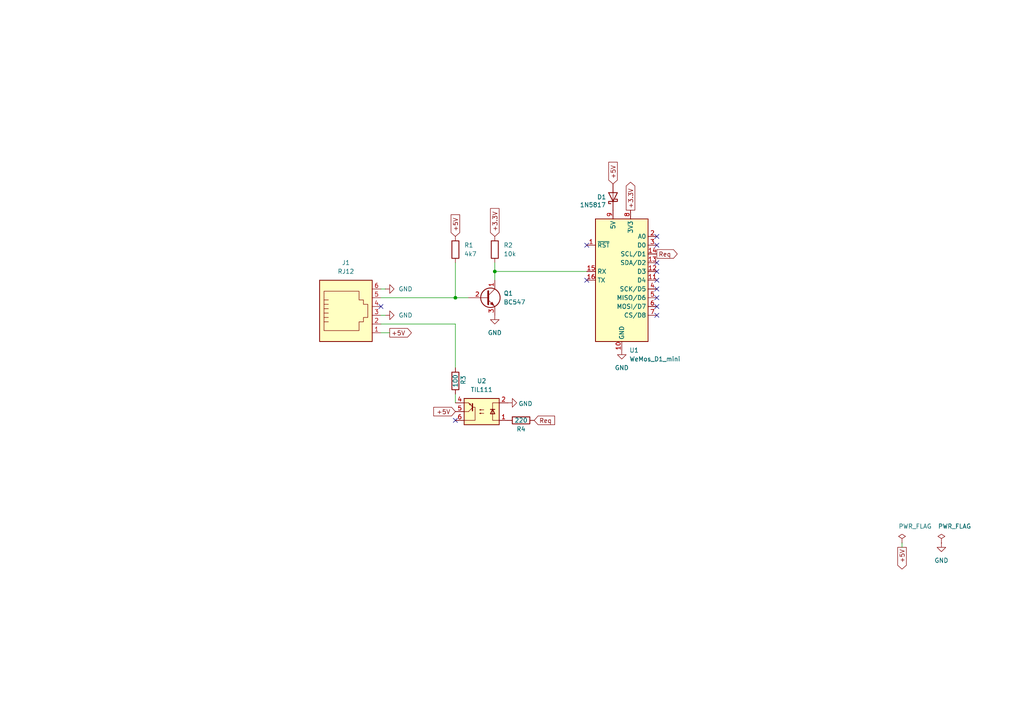
<source format=kicad_sch>
(kicad_sch
	(version 20231120)
	(generator "eeschema")
	(generator_version "8.0")
	(uuid "4f595af1-343d-4a0f-a5c5-b8c737d0df25")
	(paper "A4")
	(title_block
		(title "P1-lezer")
		(date "2024-04-22")
		(rev "B")
		(comment 1 "License: CERN-OHL-S-2.0 (https://ohwr.org/project/cernohl.git)")
		(comment 4 "Source: https://github.com/StoffelNL/P1-Lezer")
	)
	(lib_symbols
		(symbol "Connector:RJ12"
			(pin_names
				(offset 1.016)
			)
			(exclude_from_sim no)
			(in_bom yes)
			(on_board yes)
			(property "Reference" "J"
				(at -5.08 11.43 0)
				(effects
					(font
						(size 1.27 1.27)
					)
					(justify right)
				)
			)
			(property "Value" "RJ12"
				(at 2.54 11.43 0)
				(effects
					(font
						(size 1.27 1.27)
					)
					(justify left)
				)
			)
			(property "Footprint" ""
				(at 0 0.635 90)
				(effects
					(font
						(size 1.27 1.27)
					)
					(hide yes)
				)
			)
			(property "Datasheet" "~"
				(at 0 0.635 90)
				(effects
					(font
						(size 1.27 1.27)
					)
					(hide yes)
				)
			)
			(property "Description" "RJ connector, 6P6C (6 positions 6 connected)"
				(at 0 0 0)
				(effects
					(font
						(size 1.27 1.27)
					)
					(hide yes)
				)
			)
			(property "ki_keywords" "6P6C RJ socket connector"
				(at 0 0 0)
				(effects
					(font
						(size 1.27 1.27)
					)
					(hide yes)
				)
			)
			(property "ki_fp_filters" "6P6C* RJ12* RJ18* RJ25*"
				(at 0 0 0)
				(effects
					(font
						(size 1.27 1.27)
					)
					(hide yes)
				)
			)
			(symbol "RJ12_0_1"
				(polyline
					(pts
						(xy -6.35 -1.905) (xy -5.08 -1.905) (xy -5.08 -1.905)
					)
					(stroke
						(width 0)
						(type default)
					)
					(fill
						(type none)
					)
				)
				(polyline
					(pts
						(xy -6.35 -0.635) (xy -5.08 -0.635) (xy -5.08 -0.635)
					)
					(stroke
						(width 0)
						(type default)
					)
					(fill
						(type none)
					)
				)
				(polyline
					(pts
						(xy -6.35 0.635) (xy -5.08 0.635) (xy -5.08 0.635)
					)
					(stroke
						(width 0)
						(type default)
					)
					(fill
						(type none)
					)
				)
				(polyline
					(pts
						(xy -6.35 1.905) (xy -5.08 1.905) (xy -5.08 1.905)
					)
					(stroke
						(width 0)
						(type default)
					)
					(fill
						(type none)
					)
				)
				(polyline
					(pts
						(xy -6.35 3.175) (xy -5.08 3.175) (xy -5.08 3.175)
					)
					(stroke
						(width 0)
						(type default)
					)
					(fill
						(type none)
					)
				)
				(polyline
					(pts
						(xy -5.08 4.445) (xy -6.35 4.445) (xy -6.35 4.445)
					)
					(stroke
						(width 0)
						(type default)
					)
					(fill
						(type none)
					)
				)
				(polyline
					(pts
						(xy -6.35 -4.445) (xy -6.35 6.985) (xy 3.81 6.985) (xy 3.81 4.445) (xy 5.08 4.445) (xy 5.08 3.175)
						(xy 6.35 3.175) (xy 6.35 -0.635) (xy 5.08 -0.635) (xy 5.08 -1.905) (xy 3.81 -1.905) (xy 3.81 -4.445)
						(xy -6.35 -4.445) (xy -6.35 -4.445)
					)
					(stroke
						(width 0)
						(type default)
					)
					(fill
						(type none)
					)
				)
				(rectangle
					(start 7.62 10.16)
					(end -7.62 -7.62)
					(stroke
						(width 0.254)
						(type default)
					)
					(fill
						(type background)
					)
				)
			)
			(symbol "RJ12_1_1"
				(pin passive line
					(at 10.16 -5.08 180)
					(length 2.54)
					(name "~"
						(effects
							(font
								(size 1.27 1.27)
							)
						)
					)
					(number "1"
						(effects
							(font
								(size 1.27 1.27)
							)
						)
					)
				)
				(pin passive line
					(at 10.16 -2.54 180)
					(length 2.54)
					(name "~"
						(effects
							(font
								(size 1.27 1.27)
							)
						)
					)
					(number "2"
						(effects
							(font
								(size 1.27 1.27)
							)
						)
					)
				)
				(pin passive line
					(at 10.16 0 180)
					(length 2.54)
					(name "~"
						(effects
							(font
								(size 1.27 1.27)
							)
						)
					)
					(number "3"
						(effects
							(font
								(size 1.27 1.27)
							)
						)
					)
				)
				(pin passive line
					(at 10.16 2.54 180)
					(length 2.54)
					(name "~"
						(effects
							(font
								(size 1.27 1.27)
							)
						)
					)
					(number "4"
						(effects
							(font
								(size 1.27 1.27)
							)
						)
					)
				)
				(pin passive line
					(at 10.16 5.08 180)
					(length 2.54)
					(name "~"
						(effects
							(font
								(size 1.27 1.27)
							)
						)
					)
					(number "5"
						(effects
							(font
								(size 1.27 1.27)
							)
						)
					)
				)
				(pin passive line
					(at 10.16 7.62 180)
					(length 2.54)
					(name "~"
						(effects
							(font
								(size 1.27 1.27)
							)
						)
					)
					(number "6"
						(effects
							(font
								(size 1.27 1.27)
							)
						)
					)
				)
			)
		)
		(symbol "Device:R"
			(pin_numbers hide)
			(pin_names
				(offset 0)
			)
			(exclude_from_sim no)
			(in_bom yes)
			(on_board yes)
			(property "Reference" "R"
				(at 2.032 0 90)
				(effects
					(font
						(size 1.27 1.27)
					)
				)
			)
			(property "Value" "R"
				(at 0 0 90)
				(effects
					(font
						(size 1.27 1.27)
					)
				)
			)
			(property "Footprint" ""
				(at -1.778 0 90)
				(effects
					(font
						(size 1.27 1.27)
					)
					(hide yes)
				)
			)
			(property "Datasheet" "~"
				(at 0 0 0)
				(effects
					(font
						(size 1.27 1.27)
					)
					(hide yes)
				)
			)
			(property "Description" "Resistor"
				(at 0 0 0)
				(effects
					(font
						(size 1.27 1.27)
					)
					(hide yes)
				)
			)
			(property "ki_keywords" "R res resistor"
				(at 0 0 0)
				(effects
					(font
						(size 1.27 1.27)
					)
					(hide yes)
				)
			)
			(property "ki_fp_filters" "R_*"
				(at 0 0 0)
				(effects
					(font
						(size 1.27 1.27)
					)
					(hide yes)
				)
			)
			(symbol "R_0_1"
				(rectangle
					(start -1.016 -2.54)
					(end 1.016 2.54)
					(stroke
						(width 0.254)
						(type default)
					)
					(fill
						(type none)
					)
				)
			)
			(symbol "R_1_1"
				(pin passive line
					(at 0 3.81 270)
					(length 1.27)
					(name "~"
						(effects
							(font
								(size 1.27 1.27)
							)
						)
					)
					(number "1"
						(effects
							(font
								(size 1.27 1.27)
							)
						)
					)
				)
				(pin passive line
					(at 0 -3.81 90)
					(length 1.27)
					(name "~"
						(effects
							(font
								(size 1.27 1.27)
							)
						)
					)
					(number "2"
						(effects
							(font
								(size 1.27 1.27)
							)
						)
					)
				)
			)
		)
		(symbol "Diode:1N5817"
			(pin_numbers hide)
			(pin_names
				(offset 1.016) hide)
			(exclude_from_sim no)
			(in_bom yes)
			(on_board yes)
			(property "Reference" "D"
				(at 0 2.54 0)
				(effects
					(font
						(size 1.27 1.27)
					)
				)
			)
			(property "Value" "1N5817"
				(at 0 -2.54 0)
				(effects
					(font
						(size 1.27 1.27)
					)
				)
			)
			(property "Footprint" "Diode_THT:D_DO-41_SOD81_P10.16mm_Horizontal"
				(at 0 -4.445 0)
				(effects
					(font
						(size 1.27 1.27)
					)
					(hide yes)
				)
			)
			(property "Datasheet" "http://www.vishay.com/docs/88525/1n5817.pdf"
				(at 0 0 0)
				(effects
					(font
						(size 1.27 1.27)
					)
					(hide yes)
				)
			)
			(property "Description" "20V 1A Schottky Barrier Rectifier Diode, DO-41"
				(at 0 0 0)
				(effects
					(font
						(size 1.27 1.27)
					)
					(hide yes)
				)
			)
			(property "ki_keywords" "diode Schottky"
				(at 0 0 0)
				(effects
					(font
						(size 1.27 1.27)
					)
					(hide yes)
				)
			)
			(property "ki_fp_filters" "D*DO?41*"
				(at 0 0 0)
				(effects
					(font
						(size 1.27 1.27)
					)
					(hide yes)
				)
			)
			(symbol "1N5817_0_1"
				(polyline
					(pts
						(xy 1.27 0) (xy -1.27 0)
					)
					(stroke
						(width 0)
						(type default)
					)
					(fill
						(type none)
					)
				)
				(polyline
					(pts
						(xy 1.27 1.27) (xy 1.27 -1.27) (xy -1.27 0) (xy 1.27 1.27)
					)
					(stroke
						(width 0.254)
						(type default)
					)
					(fill
						(type none)
					)
				)
				(polyline
					(pts
						(xy -1.905 0.635) (xy -1.905 1.27) (xy -1.27 1.27) (xy -1.27 -1.27) (xy -0.635 -1.27) (xy -0.635 -0.635)
					)
					(stroke
						(width 0.254)
						(type default)
					)
					(fill
						(type none)
					)
				)
			)
			(symbol "1N5817_1_1"
				(pin passive line
					(at -3.81 0 0)
					(length 2.54)
					(name "K"
						(effects
							(font
								(size 1.27 1.27)
							)
						)
					)
					(number "1"
						(effects
							(font
								(size 1.27 1.27)
							)
						)
					)
				)
				(pin passive line
					(at 3.81 0 180)
					(length 2.54)
					(name "A"
						(effects
							(font
								(size 1.27 1.27)
							)
						)
					)
					(number "2"
						(effects
							(font
								(size 1.27 1.27)
							)
						)
					)
				)
			)
		)
		(symbol "Isolator:TIL111"
			(pin_names
				(offset 1.016)
			)
			(exclude_from_sim no)
			(in_bom yes)
			(on_board yes)
			(property "Reference" "U"
				(at -5.08 5.08 0)
				(effects
					(font
						(size 1.27 1.27)
					)
					(justify left)
				)
			)
			(property "Value" "TIL111"
				(at 0 5.08 0)
				(effects
					(font
						(size 1.27 1.27)
					)
					(justify left)
				)
			)
			(property "Footprint" "Package_DIP:DIP-6_W7.62mm"
				(at -5.08 -5.08 0)
				(effects
					(font
						(size 1.27 1.27)
						(italic yes)
					)
					(justify left)
					(hide yes)
				)
			)
			(property "Datasheet" "https://www.egr.msu.edu/eceshop/Parts_Inventory/datasheets/til111.pdf"
				(at 0 0 0)
				(effects
					(font
						(size 1.27 1.27)
					)
					(justify left)
					(hide yes)
				)
			)
			(property "Description" "DC Optocoupler, Phototransistor NPN, DIP6"
				(at 0 0 0)
				(effects
					(font
						(size 1.27 1.27)
					)
					(hide yes)
				)
			)
			(property "ki_keywords" "NPN DC Optocoupler Base Connected"
				(at 0 0 0)
				(effects
					(font
						(size 1.27 1.27)
					)
					(hide yes)
				)
			)
			(property "ki_fp_filters" "DIP*W7.62mm*"
				(at 0 0 0)
				(effects
					(font
						(size 1.27 1.27)
					)
					(hide yes)
				)
			)
			(symbol "TIL111_0_1"
				(rectangle
					(start -5.08 3.81)
					(end 5.08 -3.81)
					(stroke
						(width 0.254)
						(type default)
					)
					(fill
						(type background)
					)
				)
				(polyline
					(pts
						(xy -3.81 -0.635) (xy -2.54 -0.635)
					)
					(stroke
						(width 0.254)
						(type default)
					)
					(fill
						(type none)
					)
				)
				(polyline
					(pts
						(xy 2.667 -1.397) (xy 3.81 -2.54)
					)
					(stroke
						(width 0)
						(type default)
					)
					(fill
						(type none)
					)
				)
				(polyline
					(pts
						(xy 2.667 -1.143) (xy 3.81 0)
					)
					(stroke
						(width 0)
						(type default)
					)
					(fill
						(type none)
					)
				)
				(polyline
					(pts
						(xy 3.81 -2.54) (xy 5.08 -2.54)
					)
					(stroke
						(width 0)
						(type default)
					)
					(fill
						(type none)
					)
				)
				(polyline
					(pts
						(xy 3.81 0) (xy 5.08 0)
					)
					(stroke
						(width 0)
						(type default)
					)
					(fill
						(type none)
					)
				)
				(polyline
					(pts
						(xy 2.667 -0.254) (xy 2.667 -2.286) (xy 2.667 -2.286)
					)
					(stroke
						(width 0.3556)
						(type default)
					)
					(fill
						(type none)
					)
				)
				(polyline
					(pts
						(xy -5.08 -2.54) (xy -3.175 -2.54) (xy -3.175 2.54) (xy -5.08 2.54)
					)
					(stroke
						(width 0)
						(type default)
					)
					(fill
						(type none)
					)
				)
				(polyline
					(pts
						(xy -3.175 -0.635) (xy -3.81 0.635) (xy -2.54 0.635) (xy -3.175 -0.635)
					)
					(stroke
						(width 0.254)
						(type default)
					)
					(fill
						(type none)
					)
				)
				(polyline
					(pts
						(xy 3.683 -2.413) (xy 3.429 -1.905) (xy 3.175 -2.159) (xy 3.683 -2.413)
					)
					(stroke
						(width 0)
						(type default)
					)
					(fill
						(type none)
					)
				)
				(polyline
					(pts
						(xy 5.08 2.54) (xy 1.905 2.54) (xy 1.905 -1.27) (xy 2.54 -1.27)
					)
					(stroke
						(width 0)
						(type default)
					)
					(fill
						(type none)
					)
				)
				(polyline
					(pts
						(xy -0.635 -0.508) (xy 0.635 -0.508) (xy 0.254 -0.635) (xy 0.254 -0.381) (xy 0.635 -0.508)
					)
					(stroke
						(width 0)
						(type default)
					)
					(fill
						(type none)
					)
				)
				(polyline
					(pts
						(xy -0.635 0.508) (xy 0.635 0.508) (xy 0.254 0.381) (xy 0.254 0.635) (xy 0.635 0.508)
					)
					(stroke
						(width 0)
						(type default)
					)
					(fill
						(type none)
					)
				)
			)
			(symbol "TIL111_1_1"
				(pin passive line
					(at -7.62 2.54 0)
					(length 2.54)
					(name "~"
						(effects
							(font
								(size 1.27 1.27)
							)
						)
					)
					(number "1"
						(effects
							(font
								(size 1.27 1.27)
							)
						)
					)
				)
				(pin passive line
					(at -7.62 -2.54 0)
					(length 2.54)
					(name "~"
						(effects
							(font
								(size 1.27 1.27)
							)
						)
					)
					(number "2"
						(effects
							(font
								(size 1.27 1.27)
							)
						)
					)
				)
				(pin no_connect line
					(at -5.08 0 0)
					(length 2.54) hide
					(name "NC"
						(effects
							(font
								(size 1.27 1.27)
							)
						)
					)
					(number "3"
						(effects
							(font
								(size 1.27 1.27)
							)
						)
					)
				)
				(pin passive line
					(at 7.62 -2.54 180)
					(length 2.54)
					(name "~"
						(effects
							(font
								(size 1.27 1.27)
							)
						)
					)
					(number "4"
						(effects
							(font
								(size 1.27 1.27)
							)
						)
					)
				)
				(pin passive line
					(at 7.62 0 180)
					(length 2.54)
					(name "~"
						(effects
							(font
								(size 1.27 1.27)
							)
						)
					)
					(number "5"
						(effects
							(font
								(size 1.27 1.27)
							)
						)
					)
				)
				(pin passive line
					(at 7.62 2.54 180)
					(length 2.54)
					(name "~"
						(effects
							(font
								(size 1.27 1.27)
							)
						)
					)
					(number "6"
						(effects
							(font
								(size 1.27 1.27)
							)
						)
					)
				)
			)
		)
		(symbol "MCU_Module:WeMos_D1_mini"
			(exclude_from_sim no)
			(in_bom yes)
			(on_board yes)
			(property "Reference" "U"
				(at 3.81 19.05 0)
				(effects
					(font
						(size 1.27 1.27)
					)
					(justify left)
				)
			)
			(property "Value" "WeMos_D1_mini"
				(at 1.27 -19.05 0)
				(effects
					(font
						(size 1.27 1.27)
					)
					(justify left)
				)
			)
			(property "Footprint" "Module:WEMOS_D1_mini_light"
				(at 0 -29.21 0)
				(effects
					(font
						(size 1.27 1.27)
					)
					(hide yes)
				)
			)
			(property "Datasheet" "https://wiki.wemos.cc/products:d1:d1_mini#documentation"
				(at -46.99 -29.21 0)
				(effects
					(font
						(size 1.27 1.27)
					)
					(hide yes)
				)
			)
			(property "Description" "32-bit microcontroller module with WiFi"
				(at 0 0 0)
				(effects
					(font
						(size 1.27 1.27)
					)
					(hide yes)
				)
			)
			(property "ki_keywords" "ESP8266 WiFi microcontroller ESP8266EX"
				(at 0 0 0)
				(effects
					(font
						(size 1.27 1.27)
					)
					(hide yes)
				)
			)
			(property "ki_fp_filters" "WEMOS*D1*mini*"
				(at 0 0 0)
				(effects
					(font
						(size 1.27 1.27)
					)
					(hide yes)
				)
			)
			(symbol "WeMos_D1_mini_1_1"
				(rectangle
					(start -7.62 17.78)
					(end 7.62 -17.78)
					(stroke
						(width 0.254)
						(type default)
					)
					(fill
						(type background)
					)
				)
				(pin input line
					(at -10.16 10.16 0)
					(length 2.54)
					(name "~{RST}"
						(effects
							(font
								(size 1.27 1.27)
							)
						)
					)
					(number "1"
						(effects
							(font
								(size 1.27 1.27)
							)
						)
					)
				)
				(pin power_in line
					(at 0 -20.32 90)
					(length 2.54)
					(name "GND"
						(effects
							(font
								(size 1.27 1.27)
							)
						)
					)
					(number "10"
						(effects
							(font
								(size 1.27 1.27)
							)
						)
					)
				)
				(pin bidirectional line
					(at 10.16 0 180)
					(length 2.54)
					(name "D4"
						(effects
							(font
								(size 1.27 1.27)
							)
						)
					)
					(number "11"
						(effects
							(font
								(size 1.27 1.27)
							)
						)
					)
				)
				(pin bidirectional line
					(at 10.16 2.54 180)
					(length 2.54)
					(name "D3"
						(effects
							(font
								(size 1.27 1.27)
							)
						)
					)
					(number "12"
						(effects
							(font
								(size 1.27 1.27)
							)
						)
					)
				)
				(pin bidirectional line
					(at 10.16 5.08 180)
					(length 2.54)
					(name "SDA/D2"
						(effects
							(font
								(size 1.27 1.27)
							)
						)
					)
					(number "13"
						(effects
							(font
								(size 1.27 1.27)
							)
						)
					)
				)
				(pin bidirectional line
					(at 10.16 7.62 180)
					(length 2.54)
					(name "SCL/D1"
						(effects
							(font
								(size 1.27 1.27)
							)
						)
					)
					(number "14"
						(effects
							(font
								(size 1.27 1.27)
							)
						)
					)
				)
				(pin input line
					(at -10.16 2.54 0)
					(length 2.54)
					(name "RX"
						(effects
							(font
								(size 1.27 1.27)
							)
						)
					)
					(number "15"
						(effects
							(font
								(size 1.27 1.27)
							)
						)
					)
				)
				(pin output line
					(at -10.16 0 0)
					(length 2.54)
					(name "TX"
						(effects
							(font
								(size 1.27 1.27)
							)
						)
					)
					(number "16"
						(effects
							(font
								(size 1.27 1.27)
							)
						)
					)
				)
				(pin input line
					(at 10.16 12.7 180)
					(length 2.54)
					(name "A0"
						(effects
							(font
								(size 1.27 1.27)
							)
						)
					)
					(number "2"
						(effects
							(font
								(size 1.27 1.27)
							)
						)
					)
				)
				(pin bidirectional line
					(at 10.16 10.16 180)
					(length 2.54)
					(name "D0"
						(effects
							(font
								(size 1.27 1.27)
							)
						)
					)
					(number "3"
						(effects
							(font
								(size 1.27 1.27)
							)
						)
					)
				)
				(pin bidirectional line
					(at 10.16 -2.54 180)
					(length 2.54)
					(name "SCK/D5"
						(effects
							(font
								(size 1.27 1.27)
							)
						)
					)
					(number "4"
						(effects
							(font
								(size 1.27 1.27)
							)
						)
					)
				)
				(pin bidirectional line
					(at 10.16 -5.08 180)
					(length 2.54)
					(name "MISO/D6"
						(effects
							(font
								(size 1.27 1.27)
							)
						)
					)
					(number "5"
						(effects
							(font
								(size 1.27 1.27)
							)
						)
					)
				)
				(pin bidirectional line
					(at 10.16 -7.62 180)
					(length 2.54)
					(name "MOSI/D7"
						(effects
							(font
								(size 1.27 1.27)
							)
						)
					)
					(number "6"
						(effects
							(font
								(size 1.27 1.27)
							)
						)
					)
				)
				(pin bidirectional line
					(at 10.16 -10.16 180)
					(length 2.54)
					(name "CS/D8"
						(effects
							(font
								(size 1.27 1.27)
							)
						)
					)
					(number "7"
						(effects
							(font
								(size 1.27 1.27)
							)
						)
					)
				)
				(pin power_out line
					(at 2.54 20.32 270)
					(length 2.54)
					(name "3V3"
						(effects
							(font
								(size 1.27 1.27)
							)
						)
					)
					(number "8"
						(effects
							(font
								(size 1.27 1.27)
							)
						)
					)
				)
				(pin power_in line
					(at -2.54 20.32 270)
					(length 2.54)
					(name "5V"
						(effects
							(font
								(size 1.27 1.27)
							)
						)
					)
					(number "9"
						(effects
							(font
								(size 1.27 1.27)
							)
						)
					)
				)
			)
		)
		(symbol "Transistor_BJT:BC547"
			(pin_names
				(offset 0) hide)
			(exclude_from_sim no)
			(in_bom yes)
			(on_board yes)
			(property "Reference" "Q"
				(at 5.08 1.905 0)
				(effects
					(font
						(size 1.27 1.27)
					)
					(justify left)
				)
			)
			(property "Value" "BC547"
				(at 5.08 0 0)
				(effects
					(font
						(size 1.27 1.27)
					)
					(justify left)
				)
			)
			(property "Footprint" "Package_TO_SOT_THT:TO-92_Inline"
				(at 5.08 -1.905 0)
				(effects
					(font
						(size 1.27 1.27)
						(italic yes)
					)
					(justify left)
					(hide yes)
				)
			)
			(property "Datasheet" "https://www.onsemi.com/pub/Collateral/BC550-D.pdf"
				(at 0 0 0)
				(effects
					(font
						(size 1.27 1.27)
					)
					(justify left)
					(hide yes)
				)
			)
			(property "Description" "0.1A Ic, 45V Vce, Small Signal NPN Transistor, TO-92"
				(at 0 0 0)
				(effects
					(font
						(size 1.27 1.27)
					)
					(hide yes)
				)
			)
			(property "ki_keywords" "NPN Transistor"
				(at 0 0 0)
				(effects
					(font
						(size 1.27 1.27)
					)
					(hide yes)
				)
			)
			(property "ki_fp_filters" "TO?92*"
				(at 0 0 0)
				(effects
					(font
						(size 1.27 1.27)
					)
					(hide yes)
				)
			)
			(symbol "BC547_0_1"
				(polyline
					(pts
						(xy 0 0) (xy 0.635 0)
					)
					(stroke
						(width 0)
						(type default)
					)
					(fill
						(type none)
					)
				)
				(polyline
					(pts
						(xy 0.635 0.635) (xy 2.54 2.54)
					)
					(stroke
						(width 0)
						(type default)
					)
					(fill
						(type none)
					)
				)
				(polyline
					(pts
						(xy 0.635 -0.635) (xy 2.54 -2.54) (xy 2.54 -2.54)
					)
					(stroke
						(width 0)
						(type default)
					)
					(fill
						(type none)
					)
				)
				(polyline
					(pts
						(xy 0.635 1.905) (xy 0.635 -1.905) (xy 0.635 -1.905)
					)
					(stroke
						(width 0.508)
						(type default)
					)
					(fill
						(type none)
					)
				)
				(polyline
					(pts
						(xy 1.27 -1.778) (xy 1.778 -1.27) (xy 2.286 -2.286) (xy 1.27 -1.778) (xy 1.27 -1.778)
					)
					(stroke
						(width 0)
						(type default)
					)
					(fill
						(type outline)
					)
				)
				(circle
					(center 1.27 0)
					(radius 2.8194)
					(stroke
						(width 0.254)
						(type default)
					)
					(fill
						(type none)
					)
				)
			)
			(symbol "BC547_1_1"
				(pin passive line
					(at 2.54 5.08 270)
					(length 2.54)
					(name "C"
						(effects
							(font
								(size 1.27 1.27)
							)
						)
					)
					(number "1"
						(effects
							(font
								(size 1.27 1.27)
							)
						)
					)
				)
				(pin input line
					(at -5.08 0 0)
					(length 5.08)
					(name "B"
						(effects
							(font
								(size 1.27 1.27)
							)
						)
					)
					(number "2"
						(effects
							(font
								(size 1.27 1.27)
							)
						)
					)
				)
				(pin passive line
					(at 2.54 -5.08 90)
					(length 2.54)
					(name "E"
						(effects
							(font
								(size 1.27 1.27)
							)
						)
					)
					(number "3"
						(effects
							(font
								(size 1.27 1.27)
							)
						)
					)
				)
			)
		)
		(symbol "power:GND"
			(power)
			(pin_numbers hide)
			(pin_names
				(offset 0) hide)
			(exclude_from_sim no)
			(in_bom yes)
			(on_board yes)
			(property "Reference" "#PWR"
				(at 0 -6.35 0)
				(effects
					(font
						(size 1.27 1.27)
					)
					(hide yes)
				)
			)
			(property "Value" "GND"
				(at 0 -3.81 0)
				(effects
					(font
						(size 1.27 1.27)
					)
				)
			)
			(property "Footprint" ""
				(at 0 0 0)
				(effects
					(font
						(size 1.27 1.27)
					)
					(hide yes)
				)
			)
			(property "Datasheet" ""
				(at 0 0 0)
				(effects
					(font
						(size 1.27 1.27)
					)
					(hide yes)
				)
			)
			(property "Description" "Power symbol creates a global label with name \"GND\" , ground"
				(at 0 0 0)
				(effects
					(font
						(size 1.27 1.27)
					)
					(hide yes)
				)
			)
			(property "ki_keywords" "global power"
				(at 0 0 0)
				(effects
					(font
						(size 1.27 1.27)
					)
					(hide yes)
				)
			)
			(symbol "GND_0_1"
				(polyline
					(pts
						(xy 0 0) (xy 0 -1.27) (xy 1.27 -1.27) (xy 0 -2.54) (xy -1.27 -1.27) (xy 0 -1.27)
					)
					(stroke
						(width 0)
						(type default)
					)
					(fill
						(type none)
					)
				)
			)
			(symbol "GND_1_1"
				(pin power_in line
					(at 0 0 270)
					(length 0)
					(name "~"
						(effects
							(font
								(size 1.27 1.27)
							)
						)
					)
					(number "1"
						(effects
							(font
								(size 1.27 1.27)
							)
						)
					)
				)
			)
		)
		(symbol "power:PWR_FLAG"
			(power)
			(pin_numbers hide)
			(pin_names
				(offset 0) hide)
			(exclude_from_sim no)
			(in_bom yes)
			(on_board yes)
			(property "Reference" "#FLG"
				(at 0 1.905 0)
				(effects
					(font
						(size 1.27 1.27)
					)
					(hide yes)
				)
			)
			(property "Value" "PWR_FLAG"
				(at 0 3.81 0)
				(effects
					(font
						(size 1.27 1.27)
					)
				)
			)
			(property "Footprint" ""
				(at 0 0 0)
				(effects
					(font
						(size 1.27 1.27)
					)
					(hide yes)
				)
			)
			(property "Datasheet" "~"
				(at 0 0 0)
				(effects
					(font
						(size 1.27 1.27)
					)
					(hide yes)
				)
			)
			(property "Description" "Special symbol for telling ERC where power comes from"
				(at 0 0 0)
				(effects
					(font
						(size 1.27 1.27)
					)
					(hide yes)
				)
			)
			(property "ki_keywords" "flag power"
				(at 0 0 0)
				(effects
					(font
						(size 1.27 1.27)
					)
					(hide yes)
				)
			)
			(symbol "PWR_FLAG_0_0"
				(pin power_out line
					(at 0 0 90)
					(length 0)
					(name "~"
						(effects
							(font
								(size 1.27 1.27)
							)
						)
					)
					(number "1"
						(effects
							(font
								(size 1.27 1.27)
							)
						)
					)
				)
			)
			(symbol "PWR_FLAG_0_1"
				(polyline
					(pts
						(xy 0 0) (xy 0 1.27) (xy -1.016 1.905) (xy 0 2.54) (xy 1.016 1.905) (xy 0 1.27)
					)
					(stroke
						(width 0)
						(type default)
					)
					(fill
						(type none)
					)
				)
			)
		)
	)
	(junction
		(at 143.51 78.74)
		(diameter 0)
		(color 0 0 0 0)
		(uuid "79c4864b-9f0b-4dcd-a8ab-cf351a1f0a74")
	)
	(junction
		(at 132.08 86.36)
		(diameter 0)
		(color 0 0 0 0)
		(uuid "a1c38ab8-6ccc-42c3-94c0-5593144f08ca")
	)
	(no_connect
		(at 190.5 88.9)
		(uuid "0275b59c-466f-4681-868e-a30dcef87a66")
	)
	(no_connect
		(at 170.18 71.12)
		(uuid "0fbcc00d-3584-4f91-9fc0-f1fc0e0a0462")
	)
	(no_connect
		(at 190.5 76.2)
		(uuid "1e4f76cb-deff-4130-8d77-865e4d08ffc0")
	)
	(no_connect
		(at 190.5 86.36)
		(uuid "1fb10772-5aff-43fd-ab6a-5916fcca292e")
	)
	(no_connect
		(at 190.5 83.82)
		(uuid "2ff63307-a93c-4987-80b4-d6d3069a82e5")
	)
	(no_connect
		(at 190.5 81.28)
		(uuid "7af9337f-a466-4e5e-b635-82c884f4212c")
	)
	(no_connect
		(at 110.49 88.9)
		(uuid "8b55738a-8450-4fe1-acb9-2aa46f897d93")
	)
	(no_connect
		(at 190.5 71.12)
		(uuid "aed4d3b1-40ce-4b28-9dbc-c9fdb1c36374")
	)
	(no_connect
		(at 190.5 91.44)
		(uuid "bad25fe6-8db4-4da7-b07a-f6ec6fcc6734")
	)
	(no_connect
		(at 132.08 121.92)
		(uuid "d48fe165-ed1b-48f1-b5f7-f5c7593adce7")
	)
	(no_connect
		(at 190.5 78.74)
		(uuid "da5e55ef-1713-4035-8ceb-8517dbee0619")
	)
	(no_connect
		(at 190.5 68.58)
		(uuid "e98de9cc-f30b-4796-a6e7-8a5163596c0f")
	)
	(no_connect
		(at 170.18 81.28)
		(uuid "f6d352c2-a947-4e35-b853-0855b325ca01")
	)
	(wire
		(pts
			(xy 132.08 86.36) (xy 135.89 86.36)
		)
		(stroke
			(width 0)
			(type default)
		)
		(uuid "0f188cda-fabf-49a6-8fd1-dc8dd8252cc0")
	)
	(wire
		(pts
			(xy 143.51 76.2) (xy 143.51 78.74)
		)
		(stroke
			(width 0)
			(type default)
		)
		(uuid "2b3aa415-411a-4eb9-832e-51a6982c2013")
	)
	(wire
		(pts
			(xy 110.49 93.98) (xy 132.08 93.98)
		)
		(stroke
			(width 0)
			(type default)
		)
		(uuid "2c7408d0-085f-49ef-b5c5-39db15de5188")
	)
	(wire
		(pts
			(xy 110.49 83.82) (xy 111.76 83.82)
		)
		(stroke
			(width 0)
			(type default)
		)
		(uuid "2cd82900-700d-4282-bd22-80aeb69b0d42")
	)
	(wire
		(pts
			(xy 132.08 93.98) (xy 132.08 106.68)
		)
		(stroke
			(width 0)
			(type default)
		)
		(uuid "2cea97b3-a3b6-477a-b3bb-308d023a01c7")
	)
	(wire
		(pts
			(xy 132.08 76.2) (xy 132.08 86.36)
		)
		(stroke
			(width 0)
			(type default)
		)
		(uuid "45bc89f7-fce7-49ba-8e33-87b31f6d239c")
	)
	(wire
		(pts
			(xy 143.51 78.74) (xy 143.51 81.28)
		)
		(stroke
			(width 0)
			(type default)
		)
		(uuid "49ebb14a-1476-4397-9949-dc3897ea08fa")
	)
	(wire
		(pts
			(xy 143.51 78.74) (xy 170.18 78.74)
		)
		(stroke
			(width 0)
			(type default)
		)
		(uuid "6a2b3c38-cbd4-4c52-96fa-eeba20255441")
	)
	(wire
		(pts
			(xy 110.49 96.52) (xy 113.03 96.52)
		)
		(stroke
			(width 0)
			(type default)
		)
		(uuid "88b317be-de59-4be4-a8d1-5c59ec474e8d")
	)
	(wire
		(pts
			(xy 261.62 157.48) (xy 261.62 158.75)
		)
		(stroke
			(width 0)
			(type default)
		)
		(uuid "a9a0fffe-8a87-44a4-86d4-85f8aac9a6ef")
	)
	(wire
		(pts
			(xy 132.08 114.3) (xy 132.08 116.84)
		)
		(stroke
			(width 0)
			(type default)
		)
		(uuid "abb99f98-899b-4e63-a521-73d23501e877")
	)
	(wire
		(pts
			(xy 110.49 86.36) (xy 132.08 86.36)
		)
		(stroke
			(width 0)
			(type default)
		)
		(uuid "e38e92a1-a1fd-4465-9660-9b9d6771fa60")
	)
	(wire
		(pts
			(xy 110.49 91.44) (xy 111.76 91.44)
		)
		(stroke
			(width 0)
			(type default)
		)
		(uuid "f14e1357-35e9-4b71-b155-95beb2b81737")
	)
	(global_label "Req"
		(shape input)
		(at 154.94 121.92 0)
		(fields_autoplaced yes)
		(effects
			(font
				(size 1.27 1.27)
			)
			(justify left)
		)
		(uuid "46350447-7b1c-4bbc-9804-87655f34b0df")
		(property "Intersheetrefs" "${INTERSHEET_REFS}"
			(at 161.4328 121.92 0)
			(effects
				(font
					(size 1.27 1.27)
				)
				(justify left)
				(hide yes)
			)
		)
	)
	(global_label "+5V"
		(shape output)
		(at 113.03 96.52 0)
		(fields_autoplaced yes)
		(effects
			(font
				(size 1.27 1.27)
			)
			(justify left)
		)
		(uuid "564707ec-bd7b-4258-b0f7-9e65b267ff7a")
		(property "Intersheetrefs" "${INTERSHEET_REFS}"
			(at 119.8857 96.52 0)
			(effects
				(font
					(size 1.27 1.27)
				)
				(justify left)
				(hide yes)
			)
		)
	)
	(global_label "+5V"
		(shape input)
		(at 132.08 68.58 90)
		(fields_autoplaced yes)
		(effects
			(font
				(size 1.27 1.27)
			)
			(justify left)
		)
		(uuid "66244ed8-0bed-426d-b818-e2ddb05d1e28")
		(property "Intersheetrefs" "${INTERSHEET_REFS}"
			(at 132.08 61.7243 90)
			(effects
				(font
					(size 1.27 1.27)
				)
				(justify left)
				(hide yes)
			)
		)
	)
	(global_label "+3.3V"
		(shape input)
		(at 143.51 68.58 90)
		(fields_autoplaced yes)
		(effects
			(font
				(size 1.27 1.27)
			)
			(justify left)
		)
		(uuid "8f0f8a70-cce4-4d94-9984-8510449b1c87")
		(property "Intersheetrefs" "${INTERSHEET_REFS}"
			(at 143.51 59.91 90)
			(effects
				(font
					(size 1.27 1.27)
				)
				(justify left)
				(hide yes)
			)
		)
	)
	(global_label "+5V"
		(shape output)
		(at 261.62 158.75 270)
		(fields_autoplaced yes)
		(effects
			(font
				(size 1.27 1.27)
			)
			(justify right)
		)
		(uuid "b0d40c9d-918c-4b29-9269-45b3c43c8f0a")
		(property "Intersheetrefs" "${INTERSHEET_REFS}"
			(at 261.62 165.6057 90)
			(effects
				(font
					(size 1.27 1.27)
				)
				(justify right)
				(hide yes)
			)
		)
	)
	(global_label "Req"
		(shape output)
		(at 190.5 73.66 0)
		(fields_autoplaced yes)
		(effects
			(font
				(size 1.27 1.27)
			)
			(justify left)
		)
		(uuid "c8958b4e-5798-4de7-be15-673a90ce3ffb")
		(property "Intersheetrefs" "${INTERSHEET_REFS}"
			(at 196.9928 73.66 0)
			(effects
				(font
					(size 1.27 1.27)
				)
				(justify left)
				(hide yes)
			)
		)
	)
	(global_label "+5V"
		(shape input)
		(at 132.08 119.38 180)
		(fields_autoplaced yes)
		(effects
			(font
				(size 1.27 1.27)
			)
			(justify right)
		)
		(uuid "cc15a4c6-52d6-4c1b-8540-7381db6da422")
		(property "Intersheetrefs" "${INTERSHEET_REFS}"
			(at 125.2243 119.38 0)
			(effects
				(font
					(size 1.27 1.27)
				)
				(justify right)
				(hide yes)
			)
		)
	)
	(global_label "+3.3V"
		(shape output)
		(at 182.88 60.96 90)
		(fields_autoplaced yes)
		(effects
			(font
				(size 1.27 1.27)
			)
			(justify left)
		)
		(uuid "f08fee26-946b-48be-be3d-81a950183d76")
		(property "Intersheetrefs" "${INTERSHEET_REFS}"
			(at 182.88 52.29 90)
			(effects
				(font
					(size 1.27 1.27)
				)
				(justify left)
				(hide yes)
			)
		)
	)
	(global_label "+5V"
		(shape input)
		(at 177.8 53.34 90)
		(fields_autoplaced yes)
		(effects
			(font
				(size 1.27 1.27)
			)
			(justify left)
		)
		(uuid "fc900b72-a395-4a60-94ba-4758c3792c05")
		(property "Intersheetrefs" "${INTERSHEET_REFS}"
			(at 177.8 46.4843 90)
			(effects
				(font
					(size 1.27 1.27)
				)
				(justify left)
				(hide yes)
			)
		)
	)
	(symbol
		(lib_id "Isolator:TIL111")
		(at 139.7 119.38 180)
		(unit 1)
		(exclude_from_sim no)
		(in_bom yes)
		(on_board yes)
		(dnp no)
		(fields_autoplaced yes)
		(uuid "14f2f1cd-5477-4ac9-b084-d9b00f9a7530")
		(property "Reference" "U2"
			(at 139.7 110.49 0)
			(effects
				(font
					(size 1.27 1.27)
				)
			)
		)
		(property "Value" "TIL111"
			(at 139.7 113.03 0)
			(effects
				(font
					(size 1.27 1.27)
				)
			)
		)
		(property "Footprint" "Package_DIP:DIP-6_W7.62mm"
			(at 144.78 114.3 0)
			(effects
				(font
					(size 1.27 1.27)
					(italic yes)
				)
				(justify left)
				(hide yes)
			)
		)
		(property "Datasheet" "https://www.egr.msu.edu/eceshop/Parts_Inventory/datasheets/til111.pdf"
			(at 139.7 119.38 0)
			(effects
				(font
					(size 1.27 1.27)
				)
				(justify left)
				(hide yes)
			)
		)
		(property "Description" "DC Optocoupler, Phototransistor NPN, DIP6"
			(at 139.7 119.38 0)
			(effects
				(font
					(size 1.27 1.27)
				)
				(hide yes)
			)
		)
		(pin "4"
			(uuid "868c6a58-c363-4b5b-93ad-de65f2cf5544")
		)
		(pin "1"
			(uuid "1fabe9d3-12fc-4721-9bb0-d19809f4dea9")
		)
		(pin "6"
			(uuid "d0d79e34-2473-4784-bd02-2593293243be")
		)
		(pin "3"
			(uuid "9eddb892-e226-4ab2-88f6-9bb09db2e1b6")
		)
		(pin "5"
			(uuid "bc4d562c-c190-4722-92e2-81b65e232da3")
		)
		(pin "2"
			(uuid "54c5c2d3-5510-432e-bb67-94c563302569")
		)
		(instances
			(project "P1-lezer"
				(path "/4f595af1-343d-4a0f-a5c5-b8c737d0df25"
					(reference "U2")
					(unit 1)
				)
			)
		)
	)
	(symbol
		(lib_id "Device:R")
		(at 132.08 110.49 180)
		(unit 1)
		(exclude_from_sim no)
		(in_bom yes)
		(on_board yes)
		(dnp no)
		(uuid "17950904-b728-4f1b-ad82-879231aa0300")
		(property "Reference" "R3"
			(at 134.366 110.236 90)
			(effects
				(font
					(size 1.27 1.27)
				)
			)
		)
		(property "Value" "100"
			(at 132.08 110.49 90)
			(effects
				(font
					(size 1.27 1.27)
				)
			)
		)
		(property "Footprint" "Resistor_THT:R_Axial_DIN0207_L6.3mm_D2.5mm_P10.16mm_Horizontal"
			(at 133.858 110.49 90)
			(effects
				(font
					(size 1.27 1.27)
				)
				(hide yes)
			)
		)
		(property "Datasheet" "~"
			(at 132.08 110.49 0)
			(effects
				(font
					(size 1.27 1.27)
				)
				(hide yes)
			)
		)
		(property "Description" "Resistor"
			(at 132.08 110.49 0)
			(effects
				(font
					(size 1.27 1.27)
				)
				(hide yes)
			)
		)
		(pin "1"
			(uuid "0017975b-f2b5-4bbe-a198-ccfa57db98cb")
		)
		(pin "2"
			(uuid "5928168b-fb0f-4a07-8fc8-f58d06728494")
		)
		(instances
			(project "P1-lezer"
				(path "/4f595af1-343d-4a0f-a5c5-b8c737d0df25"
					(reference "R3")
					(unit 1)
				)
			)
		)
	)
	(symbol
		(lib_id "power:GND")
		(at 111.76 91.44 90)
		(unit 1)
		(exclude_from_sim no)
		(in_bom yes)
		(on_board yes)
		(dnp no)
		(fields_autoplaced yes)
		(uuid "17afce8d-c193-40a0-aee6-c6584d39b1ae")
		(property "Reference" "#PWR01"
			(at 118.11 91.44 0)
			(effects
				(font
					(size 1.27 1.27)
				)
				(hide yes)
			)
		)
		(property "Value" "GND"
			(at 115.57 91.4399 90)
			(effects
				(font
					(size 1.27 1.27)
				)
				(justify right)
			)
		)
		(property "Footprint" ""
			(at 111.76 91.44 0)
			(effects
				(font
					(size 1.27 1.27)
				)
				(hide yes)
			)
		)
		(property "Datasheet" ""
			(at 111.76 91.44 0)
			(effects
				(font
					(size 1.27 1.27)
				)
				(hide yes)
			)
		)
		(property "Description" "Power symbol creates a global label with name \"GND\" , ground"
			(at 111.76 91.44 0)
			(effects
				(font
					(size 1.27 1.27)
				)
				(hide yes)
			)
		)
		(pin "1"
			(uuid "0f461ad7-fa99-4d40-ab1c-341d3882dbe3")
		)
		(instances
			(project "P1-lezer"
				(path "/4f595af1-343d-4a0f-a5c5-b8c737d0df25"
					(reference "#PWR01")
					(unit 1)
				)
			)
		)
	)
	(symbol
		(lib_id "Diode:1N5817")
		(at 177.8 57.15 90)
		(unit 1)
		(exclude_from_sim no)
		(in_bom yes)
		(on_board yes)
		(dnp no)
		(uuid "32f0a12b-c055-4046-80ba-f0bf0be1fef2")
		(property "Reference" "D1"
			(at 174.498 57.15 90)
			(effects
				(font
					(size 1.27 1.27)
				)
			)
		)
		(property "Value" "1N5817"
			(at 171.958 59.436 90)
			(effects
				(font
					(size 1.27 1.27)
				)
			)
		)
		(property "Footprint" "Diode_THT:D_DO-41_SOD81_P10.16mm_Horizontal"
			(at 182.245 57.15 0)
			(effects
				(font
					(size 1.27 1.27)
				)
				(hide yes)
			)
		)
		(property "Datasheet" "http://www.vishay.com/docs/88525/1n5817.pdf"
			(at 177.8 57.15 0)
			(effects
				(font
					(size 1.27 1.27)
				)
				(hide yes)
			)
		)
		(property "Description" "20V 1A Schottky Barrier Rectifier Diode, DO-41"
			(at 177.8 57.15 0)
			(effects
				(font
					(size 1.27 1.27)
				)
				(hide yes)
			)
		)
		(pin "1"
			(uuid "5b469b33-dd09-40ec-b1a5-1376416249fa")
		)
		(pin "2"
			(uuid "99028f8b-4cfd-4609-8493-23f59c18f821")
		)
		(instances
			(project "P1-lezer"
				(path "/4f595af1-343d-4a0f-a5c5-b8c737d0df25"
					(reference "D1")
					(unit 1)
				)
			)
		)
	)
	(symbol
		(lib_id "power:PWR_FLAG")
		(at 261.62 157.48 0)
		(unit 1)
		(exclude_from_sim no)
		(in_bom yes)
		(on_board yes)
		(dnp no)
		(uuid "43ffaf41-e2a4-4332-8480-f7befcd09c04")
		(property "Reference" "#FLG04"
			(at 261.62 155.575 0)
			(effects
				(font
					(size 1.27 1.27)
				)
				(hide yes)
			)
		)
		(property "Value" "PWR_FLAG"
			(at 265.43 152.654 0)
			(effects
				(font
					(size 1.27 1.27)
				)
			)
		)
		(property "Footprint" ""
			(at 261.62 157.48 0)
			(effects
				(font
					(size 1.27 1.27)
				)
				(hide yes)
			)
		)
		(property "Datasheet" "~"
			(at 261.62 157.48 0)
			(effects
				(font
					(size 1.27 1.27)
				)
				(hide yes)
			)
		)
		(property "Description" "Special symbol for telling ERC where power comes from"
			(at 261.62 157.48 0)
			(effects
				(font
					(size 1.27 1.27)
				)
				(hide yes)
			)
		)
		(pin "1"
			(uuid "83a6a294-f69c-48e7-8728-c18f61b12743")
		)
		(instances
			(project "P1-lezer"
				(path "/4f595af1-343d-4a0f-a5c5-b8c737d0df25"
					(reference "#FLG04")
					(unit 1)
				)
			)
		)
	)
	(symbol
		(lib_id "power:GND")
		(at 143.51 91.44 0)
		(unit 1)
		(exclude_from_sim no)
		(in_bom yes)
		(on_board yes)
		(dnp no)
		(fields_autoplaced yes)
		(uuid "6093c09a-de7b-4527-b19c-5baa6a2c866d")
		(property "Reference" "#PWR02"
			(at 143.51 97.79 0)
			(effects
				(font
					(size 1.27 1.27)
				)
				(hide yes)
			)
		)
		(property "Value" "GND"
			(at 143.51 96.52 0)
			(effects
				(font
					(size 1.27 1.27)
				)
			)
		)
		(property "Footprint" ""
			(at 143.51 91.44 0)
			(effects
				(font
					(size 1.27 1.27)
				)
				(hide yes)
			)
		)
		(property "Datasheet" ""
			(at 143.51 91.44 0)
			(effects
				(font
					(size 1.27 1.27)
				)
				(hide yes)
			)
		)
		(property "Description" "Power symbol creates a global label with name \"GND\" , ground"
			(at 143.51 91.44 0)
			(effects
				(font
					(size 1.27 1.27)
				)
				(hide yes)
			)
		)
		(pin "1"
			(uuid "62278a1e-8f3f-4a48-a77e-91dbbe805006")
		)
		(instances
			(project "P1-lezer"
				(path "/4f595af1-343d-4a0f-a5c5-b8c737d0df25"
					(reference "#PWR02")
					(unit 1)
				)
			)
		)
	)
	(symbol
		(lib_id "power:PWR_FLAG")
		(at 273.05 157.48 0)
		(unit 1)
		(exclude_from_sim no)
		(in_bom yes)
		(on_board yes)
		(dnp no)
		(uuid "6b0cc68b-360c-44b3-94d9-f025ed2f6b8d")
		(property "Reference" "#FLG03"
			(at 273.05 155.575 0)
			(effects
				(font
					(size 1.27 1.27)
				)
				(hide yes)
			)
		)
		(property "Value" "PWR_FLAG"
			(at 276.86 152.654 0)
			(effects
				(font
					(size 1.27 1.27)
				)
			)
		)
		(property "Footprint" ""
			(at 273.05 157.48 0)
			(effects
				(font
					(size 1.27 1.27)
				)
				(hide yes)
			)
		)
		(property "Datasheet" "~"
			(at 273.05 157.48 0)
			(effects
				(font
					(size 1.27 1.27)
				)
				(hide yes)
			)
		)
		(property "Description" "Special symbol for telling ERC where power comes from"
			(at 273.05 157.48 0)
			(effects
				(font
					(size 1.27 1.27)
				)
				(hide yes)
			)
		)
		(pin "1"
			(uuid "9457a554-f49d-4cce-94f6-95bdfbff1fa9")
		)
		(instances
			(project "P1-lezer"
				(path "/4f595af1-343d-4a0f-a5c5-b8c737d0df25"
					(reference "#FLG03")
					(unit 1)
				)
			)
		)
	)
	(symbol
		(lib_id "power:GND")
		(at 273.05 157.48 0)
		(unit 1)
		(exclude_from_sim no)
		(in_bom yes)
		(on_board yes)
		(dnp no)
		(fields_autoplaced yes)
		(uuid "7b4bac43-279c-454e-8269-a0ade2c76e50")
		(property "Reference" "#PWR05"
			(at 273.05 163.83 0)
			(effects
				(font
					(size 1.27 1.27)
				)
				(hide yes)
			)
		)
		(property "Value" "GND"
			(at 273.05 162.56 0)
			(effects
				(font
					(size 1.27 1.27)
				)
			)
		)
		(property "Footprint" ""
			(at 273.05 157.48 0)
			(effects
				(font
					(size 1.27 1.27)
				)
				(hide yes)
			)
		)
		(property "Datasheet" ""
			(at 273.05 157.48 0)
			(effects
				(font
					(size 1.27 1.27)
				)
				(hide yes)
			)
		)
		(property "Description" "Power symbol creates a global label with name \"GND\" , ground"
			(at 273.05 157.48 0)
			(effects
				(font
					(size 1.27 1.27)
				)
				(hide yes)
			)
		)
		(pin "1"
			(uuid "549de49e-6c01-4ec8-8d29-b4fc42d7c686")
		)
		(instances
			(project "P1-lezer"
				(path "/4f595af1-343d-4a0f-a5c5-b8c737d0df25"
					(reference "#PWR05")
					(unit 1)
				)
			)
		)
	)
	(symbol
		(lib_id "Device:R")
		(at 143.51 72.39 0)
		(unit 1)
		(exclude_from_sim no)
		(in_bom yes)
		(on_board yes)
		(dnp no)
		(fields_autoplaced yes)
		(uuid "80a81420-26c8-4d78-844c-4445396e12cf")
		(property "Reference" "R2"
			(at 146.05 71.1199 0)
			(effects
				(font
					(size 1.27 1.27)
				)
				(justify left)
			)
		)
		(property "Value" "10k"
			(at 146.05 73.6599 0)
			(effects
				(font
					(size 1.27 1.27)
				)
				(justify left)
			)
		)
		(property "Footprint" "Resistor_THT:R_Axial_DIN0207_L6.3mm_D2.5mm_P10.16mm_Horizontal"
			(at 141.732 72.39 90)
			(effects
				(font
					(size 1.27 1.27)
				)
				(hide yes)
			)
		)
		(property "Datasheet" "~"
			(at 143.51 72.39 0)
			(effects
				(font
					(size 1.27 1.27)
				)
				(hide yes)
			)
		)
		(property "Description" "Resistor"
			(at 143.51 72.39 0)
			(effects
				(font
					(size 1.27 1.27)
				)
				(hide yes)
			)
		)
		(pin "1"
			(uuid "755647a6-7966-414c-a621-67e04ea5f5be")
		)
		(pin "2"
			(uuid "37416486-270b-4711-a514-658ea218b372")
		)
		(instances
			(project "P1-lezer"
				(path "/4f595af1-343d-4a0f-a5c5-b8c737d0df25"
					(reference "R2")
					(unit 1)
				)
			)
		)
	)
	(symbol
		(lib_id "power:GND")
		(at 180.34 101.6 0)
		(unit 1)
		(exclude_from_sim no)
		(in_bom yes)
		(on_board yes)
		(dnp no)
		(fields_autoplaced yes)
		(uuid "85f7fcb4-470c-4231-bba6-363672dd497b")
		(property "Reference" "#PWR03"
			(at 180.34 107.95 0)
			(effects
				(font
					(size 1.27 1.27)
				)
				(hide yes)
			)
		)
		(property "Value" "GND"
			(at 180.34 106.68 0)
			(effects
				(font
					(size 1.27 1.27)
				)
			)
		)
		(property "Footprint" ""
			(at 180.34 101.6 0)
			(effects
				(font
					(size 1.27 1.27)
				)
				(hide yes)
			)
		)
		(property "Datasheet" ""
			(at 180.34 101.6 0)
			(effects
				(font
					(size 1.27 1.27)
				)
				(hide yes)
			)
		)
		(property "Description" "Power symbol creates a global label with name \"GND\" , ground"
			(at 180.34 101.6 0)
			(effects
				(font
					(size 1.27 1.27)
				)
				(hide yes)
			)
		)
		(pin "1"
			(uuid "1d444717-1aa2-4f4f-8c8b-a3c59500c8fe")
		)
		(instances
			(project "P1-lezer"
				(path "/4f595af1-343d-4a0f-a5c5-b8c737d0df25"
					(reference "#PWR03")
					(unit 1)
				)
			)
		)
	)
	(symbol
		(lib_id "power:GND")
		(at 147.32 116.84 90)
		(unit 1)
		(exclude_from_sim no)
		(in_bom yes)
		(on_board yes)
		(dnp no)
		(uuid "ad337649-d461-49a0-851f-a2c54020919b")
		(property "Reference" "#PWR04"
			(at 153.67 116.84 0)
			(effects
				(font
					(size 1.27 1.27)
				)
				(hide yes)
			)
		)
		(property "Value" "GND"
			(at 150.368 117.094 90)
			(effects
				(font
					(size 1.27 1.27)
				)
				(justify right)
			)
		)
		(property "Footprint" ""
			(at 147.32 116.84 0)
			(effects
				(font
					(size 1.27 1.27)
				)
				(hide yes)
			)
		)
		(property "Datasheet" ""
			(at 147.32 116.84 0)
			(effects
				(font
					(size 1.27 1.27)
				)
				(hide yes)
			)
		)
		(property "Description" "Power symbol creates a global label with name \"GND\" , ground"
			(at 147.32 116.84 0)
			(effects
				(font
					(size 1.27 1.27)
				)
				(hide yes)
			)
		)
		(pin "1"
			(uuid "ad19d857-da17-4b29-93bc-e1c09afc4fcc")
		)
		(instances
			(project "P1-lezer"
				(path "/4f595af1-343d-4a0f-a5c5-b8c737d0df25"
					(reference "#PWR04")
					(unit 1)
				)
			)
		)
	)
	(symbol
		(lib_id "MCU_Module:WeMos_D1_mini")
		(at 180.34 81.28 0)
		(unit 1)
		(exclude_from_sim no)
		(in_bom yes)
		(on_board yes)
		(dnp no)
		(fields_autoplaced yes)
		(uuid "b060cb8c-183c-4e4a-b113-47726e3eacfc")
		(property "Reference" "U1"
			(at 182.5341 101.6 0)
			(effects
				(font
					(size 1.27 1.27)
				)
				(justify left)
			)
		)
		(property "Value" "WeMos_D1_mini"
			(at 182.5341 104.14 0)
			(effects
				(font
					(size 1.27 1.27)
				)
				(justify left)
			)
		)
		(property "Footprint" "Module:WEMOS_D1_mini_light"
			(at 180.34 110.49 0)
			(effects
				(font
					(size 1.27 1.27)
				)
				(hide yes)
			)
		)
		(property "Datasheet" "https://wiki.wemos.cc/products:d1:d1_mini#documentation"
			(at 133.35 110.49 0)
			(effects
				(font
					(size 1.27 1.27)
				)
				(hide yes)
			)
		)
		(property "Description" "32-bit microcontroller module with WiFi"
			(at 180.34 81.28 0)
			(effects
				(font
					(size 1.27 1.27)
				)
				(hide yes)
			)
		)
		(pin "15"
			(uuid "3a469e8c-92f4-47bd-9d9a-315a3f305b65")
		)
		(pin "10"
			(uuid "e68055d2-1970-497d-8d5c-67c6ee93a016")
		)
		(pin "11"
			(uuid "119abfca-4b64-4718-a7e8-a85e4aa163b8")
		)
		(pin "3"
			(uuid "fbc9319f-5d7c-4d56-884d-dde7086572d6")
		)
		(pin "6"
			(uuid "3eec1c15-1123-4be7-a8dd-b1e25530172e")
		)
		(pin "4"
			(uuid "f30ecd9a-07b1-4e0f-98f4-11f5f1f2e808")
		)
		(pin "2"
			(uuid "e64ceb26-df7a-485b-829b-4874f46023a8")
		)
		(pin "8"
			(uuid "5ea623b3-6810-4c5d-9c4f-22036dac46cf")
		)
		(pin "7"
			(uuid "b879602d-db80-467a-bc74-c047a143b321")
		)
		(pin "13"
			(uuid "7a7cb67c-8723-4362-8680-fb9bf15d29c2")
		)
		(pin "12"
			(uuid "36ab8bae-88e9-4e1f-9ff0-47b7a149f1e9")
		)
		(pin "16"
			(uuid "bb225e94-f612-4a6d-b05b-f44cfe2ec98c")
		)
		(pin "5"
			(uuid "b3beb49b-da08-440a-b505-b8ae1a883fa8")
		)
		(pin "9"
			(uuid "da265a75-9b39-4d75-b912-823a9cd5e810")
		)
		(pin "1"
			(uuid "6e762b7e-9aac-47b5-830a-b5df487cfa4f")
		)
		(pin "14"
			(uuid "06a9dc8e-a89b-4da8-ae03-015f9c27b135")
		)
		(instances
			(project "P1-lezer"
				(path "/4f595af1-343d-4a0f-a5c5-b8c737d0df25"
					(reference "U1")
					(unit 1)
				)
			)
		)
	)
	(symbol
		(lib_id "Device:R")
		(at 151.13 121.92 90)
		(unit 1)
		(exclude_from_sim no)
		(in_bom yes)
		(on_board yes)
		(dnp no)
		(uuid "b40f3c77-45f9-4816-9c22-dabaf57aab0e")
		(property "Reference" "R4"
			(at 151.13 124.46 90)
			(effects
				(font
					(size 1.27 1.27)
				)
			)
		)
		(property "Value" "220"
			(at 151.13 121.92 90)
			(effects
				(font
					(size 1.27 1.27)
				)
			)
		)
		(property "Footprint" "Resistor_THT:R_Axial_DIN0207_L6.3mm_D2.5mm_P10.16mm_Horizontal"
			(at 151.13 123.698 90)
			(effects
				(font
					(size 1.27 1.27)
				)
				(hide yes)
			)
		)
		(property "Datasheet" "~"
			(at 151.13 121.92 0)
			(effects
				(font
					(size 1.27 1.27)
				)
				(hide yes)
			)
		)
		(property "Description" "Resistor"
			(at 151.13 121.92 0)
			(effects
				(font
					(size 1.27 1.27)
				)
				(hide yes)
			)
		)
		(property "Untitled Field" ""
			(at 151.13 121.92 0)
			(effects
				(font
					(size 1.27 1.27)
				)
				(hide yes)
			)
		)
		(pin "1"
			(uuid "eaca25f2-7c62-4cd6-987d-da33f6c9fb34")
		)
		(pin "2"
			(uuid "1e91fcc0-f3d1-4034-9f18-ea8b952ad9c3")
		)
		(instances
			(project "P1-lezer"
				(path "/4f595af1-343d-4a0f-a5c5-b8c737d0df25"
					(reference "R4")
					(unit 1)
				)
			)
		)
	)
	(symbol
		(lib_id "Device:R")
		(at 132.08 72.39 0)
		(unit 1)
		(exclude_from_sim no)
		(in_bom yes)
		(on_board yes)
		(dnp no)
		(fields_autoplaced yes)
		(uuid "e2a03599-47c5-4105-abfc-919c36f225e2")
		(property "Reference" "R1"
			(at 134.62 71.1199 0)
			(effects
				(font
					(size 1.27 1.27)
				)
				(justify left)
			)
		)
		(property "Value" "4k7"
			(at 134.62 73.6599 0)
			(effects
				(font
					(size 1.27 1.27)
				)
				(justify left)
			)
		)
		(property "Footprint" "Resistor_THT:R_Axial_DIN0207_L6.3mm_D2.5mm_P10.16mm_Horizontal"
			(at 130.302 72.39 90)
			(effects
				(font
					(size 1.27 1.27)
				)
				(hide yes)
			)
		)
		(property "Datasheet" "~"
			(at 132.08 72.39 0)
			(effects
				(font
					(size 1.27 1.27)
				)
				(hide yes)
			)
		)
		(property "Description" "Resistor"
			(at 132.08 72.39 0)
			(effects
				(font
					(size 1.27 1.27)
				)
				(hide yes)
			)
		)
		(pin "1"
			(uuid "f2a4a1e4-383e-4b81-b52e-5f4fb8802734")
		)
		(pin "2"
			(uuid "f54d4474-350f-496b-a70c-77b99bfdf7cc")
		)
		(instances
			(project "P1-lezer"
				(path "/4f595af1-343d-4a0f-a5c5-b8c737d0df25"
					(reference "R1")
					(unit 1)
				)
			)
		)
	)
	(symbol
		(lib_id "power:GND")
		(at 111.76 83.82 90)
		(unit 1)
		(exclude_from_sim no)
		(in_bom yes)
		(on_board yes)
		(dnp no)
		(fields_autoplaced yes)
		(uuid "e5c3efa0-8d23-4da4-b98d-7b34f7bf3432")
		(property "Reference" "#PWR06"
			(at 118.11 83.82 0)
			(effects
				(font
					(size 1.27 1.27)
				)
				(hide yes)
			)
		)
		(property "Value" "GND"
			(at 115.57 83.8199 90)
			(effects
				(font
					(size 1.27 1.27)
				)
				(justify right)
			)
		)
		(property "Footprint" ""
			(at 111.76 83.82 0)
			(effects
				(font
					(size 1.27 1.27)
				)
				(hide yes)
			)
		)
		(property "Datasheet" ""
			(at 111.76 83.82 0)
			(effects
				(font
					(size 1.27 1.27)
				)
				(hide yes)
			)
		)
		(property "Description" "Power symbol creates a global label with name \"GND\" , ground"
			(at 111.76 83.82 0)
			(effects
				(font
					(size 1.27 1.27)
				)
				(hide yes)
			)
		)
		(pin "1"
			(uuid "9106232f-1a30-45d2-bc8f-217981668db9")
		)
		(instances
			(project "P1-lezer"
				(path "/4f595af1-343d-4a0f-a5c5-b8c737d0df25"
					(reference "#PWR06")
					(unit 1)
				)
			)
		)
	)
	(symbol
		(lib_id "Transistor_BJT:BC547")
		(at 140.97 86.36 0)
		(unit 1)
		(exclude_from_sim no)
		(in_bom yes)
		(on_board yes)
		(dnp no)
		(fields_autoplaced yes)
		(uuid "e7218f05-b3a6-4ccf-ac9b-b80c260b03c0")
		(property "Reference" "Q1"
			(at 146.05 85.0899 0)
			(effects
				(font
					(size 1.27 1.27)
				)
				(justify left)
			)
		)
		(property "Value" "BC547"
			(at 146.05 87.6299 0)
			(effects
				(font
					(size 1.27 1.27)
				)
				(justify left)
			)
		)
		(property "Footprint" "Package_TO_SOT_THT:TO-92_Inline"
			(at 146.05 88.265 0)
			(effects
				(font
					(size 1.27 1.27)
					(italic yes)
				)
				(justify left)
				(hide yes)
			)
		)
		(property "Datasheet" "https://www.onsemi.com/pub/Collateral/BC550-D.pdf"
			(at 140.97 86.36 0)
			(effects
				(font
					(size 1.27 1.27)
				)
				(justify left)
				(hide yes)
			)
		)
		(property "Description" "0.1A Ic, 45V Vce, Small Signal NPN Transistor, TO-92"
			(at 140.97 86.36 0)
			(effects
				(font
					(size 1.27 1.27)
				)
				(hide yes)
			)
		)
		(pin "2"
			(uuid "daa53680-1983-469d-b844-fa3d228e8408")
		)
		(pin "3"
			(uuid "b51bf9a7-cd32-4dcf-9b5a-ff504d3e9958")
		)
		(pin "1"
			(uuid "440e145d-7fe0-4110-8612-6d4280e7640c")
		)
		(instances
			(project "P1-lezer"
				(path "/4f595af1-343d-4a0f-a5c5-b8c737d0df25"
					(reference "Q1")
					(unit 1)
				)
			)
		)
	)
	(symbol
		(lib_id "Connector:RJ12")
		(at 100.33 91.44 0)
		(unit 1)
		(exclude_from_sim no)
		(in_bom yes)
		(on_board yes)
		(dnp no)
		(fields_autoplaced yes)
		(uuid "f0053931-29e3-4c59-aa4a-5c1622b99bea")
		(property "Reference" "J1"
			(at 100.33 76.2 0)
			(effects
				(font
					(size 1.27 1.27)
				)
			)
		)
		(property "Value" "RJ12"
			(at 100.33 78.74 0)
			(effects
				(font
					(size 1.27 1.27)
				)
			)
		)
		(property "Footprint" "Connector_RJ:RJ12_Amphenol_54601-x06_Horizontal"
			(at 100.33 90.805 90)
			(effects
				(font
					(size 1.27 1.27)
				)
				(hide yes)
			)
		)
		(property "Datasheet" "~"
			(at 100.33 90.805 90)
			(effects
				(font
					(size 1.27 1.27)
				)
				(hide yes)
			)
		)
		(property "Description" "RJ connector, 6P6C (6 positions 6 connected)"
			(at 100.33 91.44 0)
			(effects
				(font
					(size 1.27 1.27)
				)
				(hide yes)
			)
		)
		(pin "4"
			(uuid "48337aac-a4be-435a-a2c1-7fa1590357d1")
		)
		(pin "5"
			(uuid "8b79b555-d4ab-4183-952d-a4405bc63aad")
		)
		(pin "1"
			(uuid "3f10dbd7-be1e-436d-8c6b-f9a82abf7e3a")
		)
		(pin "6"
			(uuid "e7e5090a-cfba-4d20-811f-e8a74ec9076a")
		)
		(pin "3"
			(uuid "59e05114-3b15-47a0-9cb5-675b918cac1c")
		)
		(pin "2"
			(uuid "efbe5016-4631-47b4-99b4-8b7df3c78d54")
		)
		(instances
			(project "P1-lezer"
				(path "/4f595af1-343d-4a0f-a5c5-b8c737d0df25"
					(reference "J1")
					(unit 1)
				)
			)
		)
	)
	(sheet_instances
		(path "/"
			(page "1")
		)
	)
)

</source>
